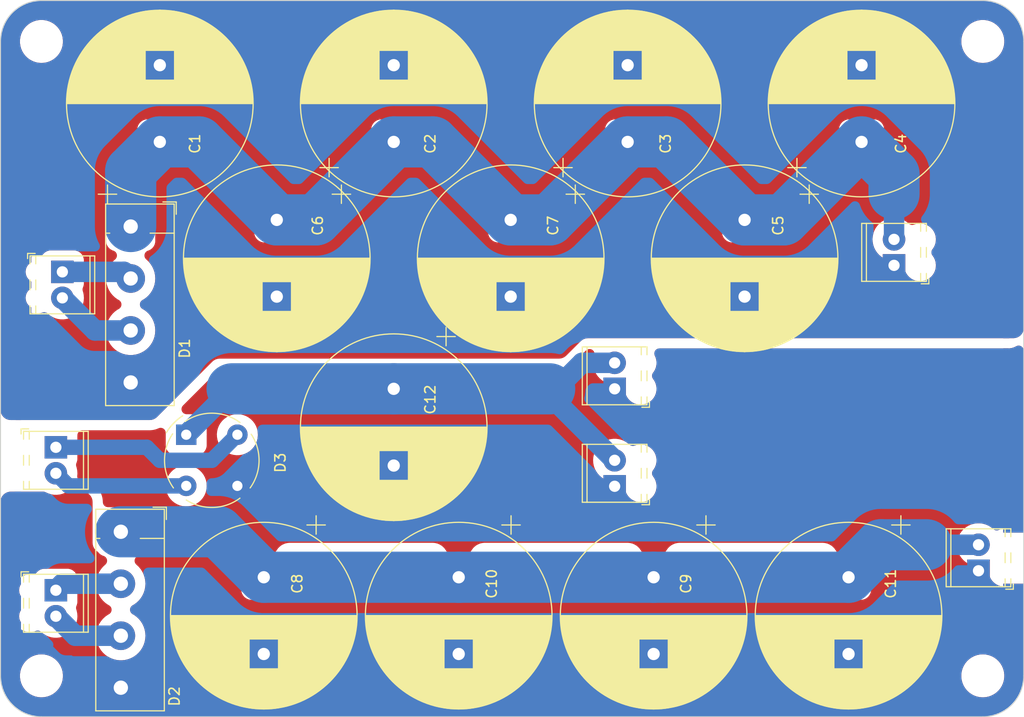
<source format=kicad_pcb>
(kicad_pcb (version 20211014) (generator pcbnew)
  (layers (0 "F.Cu" signal) (31 "B.Cu" signal) (34 "B.Paste" user) (35 "F.Paste" user) (36 "B.SilkS" user "B.Silkscreen") (37 "F.SilkS" user "F.Silkscreen") (38 "B.Mask" user) (39 "F.Mask" user) (44 "Edge.Cuts" user))
  (net 0 "")
  (net 1 "Net-(D1-Pad3)")
  (net 2 "Net-(D1-Pad2)")
  (net 3 "GND1")
  (net 4 "Net-(C1-Pad1)")
  (net 5 "Net-(D2-Pad3)")
  (net 6 "Net-(D2-Pad2)")
  (net 7 "GND2")
  (net 8 "Net-(C10-Pad1)")
  (net 9 "GND3")
  (net 10 "Net-(C12-Pad1)")
  (net 11 "Net-(D3-Pad2)")
  (net 12 "Net-(D3-Pad4)")
  (footprint "Capacitor_THT:CP_Radial_D18.0mm_P7.50mm" (layer "F.Cu") (at 182.88 126.365 -90)
    (fp_text reference "C11" (at 0.635 -4.12 90) (layer "F.SilkS"))
    (fp_text value "5800µ")
    (pad "1" thru_hole rect locked (at 0 0 270) (size 2.4 2.4) (drill 1.2) (layers *.Cu *.Mask) (net 8 "Net-(C10-Pad1)"))
    (pad "2" thru_hole circle locked (at 7.5 0 270) (size 2.4 2.4) (drill 1.2) (layers *.Cu *.Mask) (net 7 "GND2"))
  )
  (footprint "MountingHole:MountingHole_3.2mm_M3" (layer "F.Cu") (at 104 74)
    (fp_text reference "H4" hide)
    (fp_text value "MountingHole" hide)
    (pad "" np_thru_hole circle locked (at 0 0) (size 3.2 3.2) (drill 3.2) (layers *.Cu *.Mask))
  )
  (footprint "Capacitor_THT:CP_Radial_D18.0mm_P7.50mm" (layer "F.Cu") (at 184.15 83.82 90)
    (fp_text reference "C4" (at -0.18 3.85 90) (layer "F.SilkS"))
    (fp_text value "5800µ")
    (pad "1" thru_hole rect locked (at 0 0 90) (size 2.4 2.4) (drill 1.2) (layers *.Cu *.Mask) (net 4 "Net-(C1-Pad1)"))
    (pad "2" thru_hole circle locked (at 7.5 0 90) (size 2.4 2.4) (drill 1.2) (layers *.Cu *.Mask) (net 3 "GND1"))
  )
  (footprint "Capacitor_THT:CP_Radial_D18.0mm_P7.50mm" (layer "F.Cu") (at 172.72 91.44 -90)
    (fp_text reference "C5" (at 0.56 -3.28 90) (layer "F.SilkS"))
    (fp_text value "5800µ")
    (pad "1" thru_hole rect locked (at 0 0 270) (size 2.4 2.4) (drill 1.2) (layers *.Cu *.Mask) (net 4 "Net-(C1-Pad1)"))
    (pad "2" thru_hole circle locked (at 7.5 0 270) (size 2.4 2.4) (drill 1.2) (layers *.Cu *.Mask) (net 3 "GND1"))
  )
  (footprint "Capacitor_THT:CP_Radial_D18.0mm_P7.50mm" (layer "F.Cu") (at 144.78 126.365 -90)
    (fp_text reference "C10" (at 0.635 -3.22 90) (layer "F.SilkS"))
    (fp_text value "5800µ")
    (pad "1" thru_hole rect locked (at 0 0 270) (size 2.4 2.4) (drill 1.2) (layers *.Cu *.Mask) (net 8 "Net-(C10-Pad1)"))
    (pad "2" thru_hole circle locked (at 7.5 0 270) (size 2.4 2.4) (drill 1.2) (layers *.Cu *.Mask) (net 7 "GND2"))
  )
  (footprint "MountingHole:MountingHole_3.2mm_M3" (layer "F.Cu") (at 196 136)
    (fp_text reference "H2" hide)
    (fp_text value "MountingHole" hide)
    (pad "" np_thru_hole circle locked (at 0 0) (size 3.2 3.2) (drill 3.2) (layers *.Cu *.Mask))
  )
  (footprint "TerminalBlock_Phoenix:TerminalBlock_Phoenix_MPT-0,5-2-2.54_1x02_P2.54mm_Horizontal" (layer "F.Cu") (at 195.58 125.73 90)
    (fp_text reference "J4" hide)
    (fp_text value "21V_unreg" hide)
    (pad "" np_thru_hole circle locked (at 2.54 2.54 90) (size 1.1 1.1) (drill 1.1) (layers *.Cu *.Mask))
    (pad "" np_thru_hole circle locked (at 0 2.54 90) (size 1.1 1.1) (drill 1.1) (layers *.Cu *.Mask))
    (pad "1" thru_hole rect locked (at 0 0 90) (size 2.2 2.2) (drill 1.1) (layers *.Cu *.Mask) (net 7 "GND2"))
    (pad "2" thru_hole circle locked (at 2.54 0 90) (size 2.2 2.2) (drill 1.1) (layers *.Cu *.Mask) (net 8 "Net-(C10-Pad1)"))
  )
  (footprint "Capacitor_THT:CP_Radial_D18.0mm_P7.50mm" (layer "F.Cu") (at 115.57 83.82 90)
    (fp_text reference "C1" (at -0.18 3.43 90) (layer "F.SilkS"))
    (fp_text value "5800µ")
    (pad "1" thru_hole rect locked (at 0 0 90) (size 2.4 2.4) (drill 1.2) (layers *.Cu *.Mask) (net 4 "Net-(C1-Pad1)"))
    (pad "2" thru_hole circle locked (at 7.5 0 90) (size 2.4 2.4) (drill 1.2) (layers *.Cu *.Mask) (net 3 "GND1"))
  )
  (footprint "TerminalBlock_Phoenix:TerminalBlock_Phoenix_MPT-0,5-2-2.54_1x02_P2.54mm_Horizontal" (layer "F.Cu") (at 106.045 96.52 -90)
    (fp_text reference "J1" hide)
    (fp_text value "9VAC" hide)
    (pad "" np_thru_hole circle locked (at 0 2.54 270) (size 1.1 1.1) (drill 1.1) (layers *.Cu *.Mask))
    (pad "" np_thru_hole circle locked (at 2.54 2.54 270) (size 1.1 1.1) (drill 1.1) (layers *.Cu *.Mask))
    (pad "1" thru_hole rect locked (at 0 0 270) (size 2.2 2.2) (drill 1.1) (layers *.Cu *.Mask) (net 2 "Net-(D1-Pad2)"))
    (pad "2" thru_hole circle locked (at 2.54 0 270) (size 2.2 2.2) (drill 1.1) (layers *.Cu *.Mask) (net 1 "Net-(D1-Pad3)"))
  )
  (footprint "Capacitor_THT:CP_Radial_D18.0mm_P7.50mm" (layer "F.Cu") (at 138.43 83.82 90)
    (fp_text reference "C2" (at -0.18 3.57 90) (layer "F.SilkS"))
    (fp_text value "5800µ")
    (pad "1" thru_hole rect locked (at 0 0 90) (size 2.4 2.4) (drill 1.2) (layers *.Cu *.Mask) (net 4 "Net-(C1-Pad1)"))
    (pad "2" thru_hole circle locked (at 7.5 0 90) (size 2.4 2.4) (drill 1.2) (layers *.Cu *.Mask) (net 3 "GND1"))
  )
  (footprint "TerminalBlock_Phoenix:TerminalBlock_Phoenix_MPT-0,5-2-2.54_1x02_P2.54mm_Horizontal" (layer "F.Cu") (at 160.02 107.95 90)
    (fp_text reference "J6" hide)
    (fp_text value "21V_unreg_AUX" hide)
    (pad "" np_thru_hole circle locked (at 0 2.54 90) (size 1.1 1.1) (drill 1.1) (layers *.Cu *.Mask))
    (pad "" np_thru_hole circle locked (at 2.54 2.54 90) (size 1.1 1.1) (drill 1.1) (layers *.Cu *.Mask))
    (pad "1" thru_hole rect locked (at 0 0 90) (size 2.2 2.2) (drill 1.1) (layers *.Cu *.Mask) (net 9 "GND3"))
    (pad "2" thru_hole circle locked (at 2.54 0 90) (size 2.2 2.2) (drill 1.1) (layers *.Cu *.Mask) (net 10 "Net-(C12-Pad1)"))
  )
  (footprint "Diode_THT:Diode_Bridge_Vishay_KBL" (layer "F.Cu") (at 111.76 121.92 -90)
    (fp_text reference "D2" (at 16.08 -5.24 -90) (layer "F.SilkS"))
    (fp_text value "SB402")
    (pad "1" thru_hole rect locked (at 0 0 270) (size 2.8 2.8) (drill 1.4) (layers *.Cu *.Mask) (net 8 "Net-(C10-Pad1)"))
    (pad "2" thru_hole circle locked (at 5.08 0 270) (size 2.8 2.8) (drill 1.4) (layers *.Cu *.Mask) (net 6 "Net-(D2-Pad2)"))
    (pad "3" thru_hole circle locked (at 10.16 0 270) (size 2.8 2.8) (drill 1.4) (layers *.Cu *.Mask) (net 5 "Net-(D2-Pad3)"))
    (pad "4" thru_hole circle locked (at 15.24 0 270) (size 2.8 2.8) (drill 1.4) (layers *.Cu *.Mask) (net 7 "GND2"))
  )
  (footprint "Capacitor_THT:CP_Radial_D18.0mm_P7.50mm" (layer "F.Cu") (at 127 91.44 -90)
    (fp_text reference "C6" (at 0.56 -4 90) (layer "F.SilkS"))
    (fp_text value "5800µ")
    (pad "1" thru_hole rect locked (at 0 0 270) (size 2.4 2.4) (drill 1.2) (layers *.Cu *.Mask) (net 4 "Net-(C1-Pad1)"))
    (pad "2" thru_hole circle locked (at 7.5 0 270) (size 2.4 2.4) (drill 1.2) (layers *.Cu *.Mask) (net 3 "GND1"))
  )
  (footprint "Capacitor_THT:CP_Radial_D18.0mm_P7.50mm" (layer "F.Cu") (at 125.73 126.365 -90)
    (fp_text reference "C8" (at 0.635 -3.27 90) (layer "F.SilkS"))
    (fp_text value "5800µ")
    (pad "1" thru_hole rect locked (at 0 0 270) (size 2.4 2.4) (drill 1.2) (layers *.Cu *.Mask) (net 8 "Net-(C10-Pad1)"))
    (pad "2" thru_hole circle locked (at 7.5 0 270) (size 2.4 2.4) (drill 1.2) (layers *.Cu *.Mask) (net 7 "GND2"))
  )
  (footprint "TerminalBlock_Phoenix:TerminalBlock_Phoenix_MPT-0,5-2-2.54_1x02_P2.54mm_Horizontal" (layer "F.Cu") (at 160.02 117.475 90)
    (fp_text reference "J7" hide)
    (fp_text value "21V_unreg_AUX" hide)
    (pad "" np_thru_hole circle locked (at 2.54 2.54 90) (size 1.1 1.1) (drill 1.1) (layers *.Cu *.Mask))
    (pad "" np_thru_hole circle locked (at 0 2.54 90) (size 1.1 1.1) (drill 1.1) (layers *.Cu *.Mask))
    (pad "1" thru_hole rect locked (at 0 0 90) (size 2.2 2.2) (drill 1.1) (layers *.Cu *.Mask) (net 9 "GND3"))
    (pad "2" thru_hole circle locked (at 2.54 0 90) (size 2.2 2.2) (drill 1.1) (layers *.Cu *.Mask) (net 10 "Net-(C12-Pad1)"))
  )
  (footprint "Capacitor_THT:CP_Radial_D18.0mm_P7.50mm" (layer "F.Cu") (at 163.83 126.365 -90)
    (fp_text reference "C9" (at 0.635 -3.17 90) (layer "F.SilkS"))
    (fp_text value "5800µ")
    (pad "1" thru_hole rect locked (at 0 0 270) (size 2.4 2.4) (drill 1.2) (layers *.Cu *.Mask) (net 8 "Net-(C10-Pad1)"))
    (pad "2" thru_hole circle locked (at 7.5 0 270) (size 2.4 2.4) (drill 1.2) (layers *.Cu *.Mask) (net 7 "GND2"))
  )
  (footprint "Capacitor_THT:CP_Radial_D18.0mm_P7.50mm" (layer "F.Cu") (at 149.86 91.44 -90)
    (fp_text reference "C7" (at 0.56 -4.14 90) (layer "F.SilkS"))
    (fp_text value "5800µ")
    (pad "1" thru_hole rect locked (at 0 0 270) (size 2.4 2.4) (drill 1.2) (layers *.Cu *.Mask) (net 4 "Net-(C1-Pad1)"))
    (pad "2" thru_hole circle locked (at 7.5 0 270) (size 2.4 2.4) (drill 1.2) (layers *.Cu *.Mask) (net 3 "GND1"))
  )
  (footprint "Capacitor_THT:CP_Radial_D18.0mm_P7.50mm" (layer "F.Cu") (at 138.43 107.95 -90)
    (fp_text reference "C12" (at 1.05 -3.57 90) (layer "F.SilkS"))
    (fp_text value "5800µ")
    (pad "1" thru_hole rect locked (at 0 0 270) (size 2.4 2.4) (drill 1.2) (layers *.Cu *.Mask) (net 10 "Net-(C12-Pad1)"))
    (pad "2" thru_hole circle locked (at 7.5 0 270) (size 2.4 2.4) (drill 1.2) (layers *.Cu *.Mask) (net 9 "GND3"))
  )
  (footprint "Capacitor_THT:CP_Radial_D18.0mm_P7.50mm" (layer "F.Cu") (at 161.29 83.82 90)
    (fp_text reference "C3" (at -0.18 3.71 90) (layer "F.SilkS"))
    (fp_text value "5800µ")
    (pad "1" thru_hole rect locked (at 0 0 90) (size 2.4 2.4) (drill 1.2) (layers *.Cu *.Mask) (net 4 "Net-(C1-Pad1)"))
    (pad "2" thru_hole circle locked (at 7.5 0 90) (size 2.4 2.4) (drill 1.2) (layers *.Cu *.Mask) (net 3 "GND1"))
  )
  (footprint "MountingHole:MountingHole_3.2mm_M3" (layer "F.Cu") (at 104 136)
    (fp_text reference "H3" hide)
    (fp_text value "MountingHole" hide)
    (pad "" np_thru_hole circle locked (at 0 0) (size 3.2 3.2) (drill 3.2) (layers *.Cu *.Mask))
  )
  (footprint "TerminalBlock_Phoenix:TerminalBlock_Phoenix_MPT-0,5-2-2.54_1x02_P2.54mm_Horizontal" (layer "F.Cu") (at 105.41 127.635 -90)
    (fp_text reference "J3" hide)
    (fp_text value "16VAC_1" hide)
    (pad "" np_thru_hole circle locked (at 0 2.54 270) (size 1.1 1.1) (drill 1.1) (layers *.Cu *.Mask))
    (pad "" np_thru_hole circle locked (at 2.54 2.54 270) (size 1.1 1.1) (drill 1.1) (layers *.Cu *.Mask))
    (pad "1" thru_hole rect locked (at 0 0 270) (size 2.2 2.2) (drill 1.1) (layers *.Cu *.Mask) (net 6 "Net-(D2-Pad2)"))
    (pad "2" thru_hole circle locked (at 2.54 0 270) (size 2.2 2.2) (drill 1.1) (layers *.Cu *.Mask) (net 5 "Net-(D2-Pad3)"))
  )
  (footprint "TerminalBlock_Phoenix:TerminalBlock_Phoenix_MPT-0,5-2-2.54_1x02_P2.54mm_Horizontal" (layer "F.Cu") (at 105.41 113.665 -90)
    (fp_text reference "J5" hide)
    (fp_text value "16VAC_2" hide)
    (pad "" np_thru_hole circle locked (at 0 2.54 270) (size 1.1 1.1) (drill 1.1) (layers *.Cu *.Mask))
    (pad "" np_thru_hole circle locked (at 2.54 2.54 270) (size 1.1 1.1) (drill 1.1) (layers *.Cu *.Mask))
    (pad "1" thru_hole rect locked (at 0 0 270) (size 2.2 2.2) (drill 1.1) (layers *.Cu *.Mask) (net 12 "Net-(D3-Pad4)"))
    (pad "2" thru_hole circle locked (at 2.54 0 270) (size 2.2 2.2) (drill 1.1) (layers *.Cu *.Mask) (net 11 "Net-(D3-Pad2)"))
  )
  (footprint "Diode_THT:Diode_Bridge_Vishay_KBL" (layer "F.Cu") (at 112.7225 92.0875 -90)
    (fp_text reference "D1" (at 11.9125 -5.2775 90) (layer "F.SilkS"))
    (fp_text value "SB402")
    (pad "1" thru_hole rect locked (at 0 0 270) (size 2.8 2.8) (drill 1.4) (layers *.Cu *.Mask) (net 4 "Net-(C1-Pad1)"))
    (pad "2" thru_hole circle locked (at 5.08 0 270) (size 2.8 2.8) (drill 1.4) (layers *.Cu *.Mask) (net 2 "Net-(D1-Pad2)"))
    (pad "3" thru_hole circle locked (at 10.16 0 270) (size 2.8 2.8) (drill 1.4) (layers *.Cu *.Mask) (net 1 "Net-(D1-Pad3)"))
    (pad "4" thru_hole circle locked (at 15.24 0 270) (size 2.8 2.8) (drill 1.4) (layers *.Cu *.Mask) (net 3 "GND1"))
  )
  (footprint "MountingHole:MountingHole_3.2mm_M3" (layer "F.Cu") (at 196 74)
    (fp_text reference "H1" hide)
    (fp_text value "MountingHole" hide)
    (pad "" np_thru_hole circle locked (at 0 0) (size 3.2 3.2) (drill 3.2) (layers *.Cu *.Mask))
  )
  (footprint "TerminalBlock_Phoenix:TerminalBlock_Phoenix_MPT-0,5-2-2.54_1x02_P2.54mm_Horizontal" (layer "F.Cu") (at 187.325 95.885 90)
    (fp_text reference "J2" hide)
    (fp_text value "11V_unreg" hide)
    (pad "" np_thru_hole circle locked (at 0 2.54 90) (size 1.1 1.1) (drill 1.1) (layers *.Cu *.Mask))
    (pad "" np_thru_hole circle locked (at 2.54 2.54 90) (size 1.1 1.1) (drill 1.1) (layers *.Cu *.Mask))
    (pad "1" thru_hole rect locked (at 0 0 90) (size 2.2 2.2) (drill 1.1) (layers *.Cu *.Mask) (net 3 "GND1"))
    (pad "2" thru_hole circle locked (at 2.54 0 90) (size 2.2 2.2) (drill 1.1) (layers *.Cu *.Mask) (net 4 "Net-(C1-Pad1)"))
  )
  (footprint "Diode_THT:Diode_Bridge_Round_D9.0mm" (layer "F.Cu") (at 118.15 112.435)
    (fp_text reference "D3" (at 9.2 2.74 90) (layer "F.SilkS"))
    (fp_text value "WB104")
    (pad "1" thru_hole rect locked (at 0 0) (size 2 2) (drill 1) (layers *.Cu *.Mask) (net 10 "Net-(C12-Pad1)"))
    (pad "2" thru_hole oval locked (at 0 5) (size 2 2) (drill 1) (layers *.Cu *.Mask) (net 11 "Net-(D3-Pad2)"))
    (pad "3" thru_hole oval locked (at 5 5) (size 2 2) (drill 1) (layers *.Cu *.Mask) (net 9 "GND3"))
    (pad "4" thru_hole oval locked (at 5 0) (size 2 2) (drill 1) (layers *.Cu *.Mask) (net 12 "Net-(D3-Pad4)"))
  )
  (gr_line (start 104 70) (end 196 70) (layer "Edge.Cuts") (width 0.1))
  (gr_arc (start 104 140) (mid 101.171573 138.828427) (end 100 136) (layer "Edge.Cuts") (width 0.1))
  (gr_line (start 100 136) (end 100 74) (layer "Edge.Cuts") (width 0.1))
  (gr_arc (start 196 70) (mid 198.828427 71.171573) (end 200 74) (layer "Edge.Cuts") (width 0.1))
  (gr_line (start 200 74) (end 200 136) (layer "Edge.Cuts") (width 0.1))
  (gr_arc (start 200 136) (mid 198.828427 138.828427) (end 196 140) (layer "Edge.Cuts") (width 0.1))
  (gr_line (start 196 140) (end 104 140) (layer "Edge.Cuts") (width 0.1))
  (gr_arc (start 100 74) (mid 101.171573 71.171573) (end 104 70) (layer "Edge.Cuts") (width 0.1))
  (segment (start 109.2325 102.2475) (end 106.045 99.06) (width 2) (layer "B.Cu") (net 1))
  (segment (start 112.7225 102.2475) (end 109.2325 102.2475) (width 2) (layer "B.Cu") (net 1))
  (segment (start 106.045 96.52) (end 112.075 96.52) (width 2) (layer "B.Cu") (net 2))
  (segment (start 112.075 96.52) (end 112.7225 97.1675) (width 2) (layer "B.Cu") (net 2))
  (segment (start 153.67 91.44) (end 161.29 83.82) (width 5) (layer "B.Cu") (net 4))
  (segment (start 142.24 83.82) (end 149.86 91.44) (width 5) (layer "B.Cu") (net 4))
  (segment (start 112.7225 92.0875) (end 112.7225 86.6675) (width 5) (layer "B.Cu") (net 4))
  (segment (start 176.53 91.44) (end 184.15 83.82) (width 5) (layer "B.Cu") (net 4))
  (segment (start 161.29 83.82) (end 165.1 83.82) (width 5) (layer "B.Cu") (net 4))
  (segment (start 187.325 86.995) (end 187.325 88.9) (width 5) (layer "B.Cu") (net 4))
  (segment (start 130.81 91.44) (end 138.43 83.82) (width 5) (layer "B.Cu") (net 4))
  (segment (start 138.43 83.82) (end 142.24 83.82) (width 5) (layer "B.Cu") (net 4))
  (segment (start 149.86 91.44) (end 153.67 91.44) (width 5) (layer "B.Cu") (net 4))
  (segment (start 165.1 83.82) (end 172.72 91.44) (width 5) (layer "B.Cu") (net 4))
  (segment (start 115.57 83.82) (end 119.38 83.82) (width 5) (layer "B.Cu") (net 4))
  (segment (start 172.72 91.44) (end 176.53 91.44) (width 5) (layer "B.Cu") (net 4))
  (segment (start 184.15 83.82) (end 187.325 86.995) (width 5) (layer "B.Cu") (net 4))
  (segment (start 119.38 83.82) (end 127 91.44) (width 5) (layer "B.Cu") (net 4))
  (segment (start 127 91.44) (end 130.81 91.44) (width 5) (layer "B.Cu") (net 4))
  (segment (start 187.325 88.9) (end 187.325 93.345) (width 2) (layer "B.Cu") (net 4))
  (segment (start 112.7225 86.6675) (end 115.57 83.82) (width 5) (layer "B.Cu") (net 4))
  (segment (start 111.76 132.08) (end 107.315 132.08) (width 2) (layer "B.Cu") (net 5))
  (segment (start 107.315 132.08) (end 105.41 130.175) (width 2) (layer "B.Cu") (net 5))
  (segment (start 111.76 127) (end 106.045 127) (width 2) (layer "B.Cu") (net 6))
  (segment (start 106.045 127) (end 105.41 127.635) (width 2) (layer "B.Cu") (net 6))
  (segment (start 121.285 121.92) (end 125.73 126.365) (width 5) (layer "B.Cu") (net 8))
  (segment (start 163.83 126.365) (end 182.88 126.365) (width 5) (layer "B.Cu") (net 8))
  (segment (start 125.73 126.365) (end 144.78 126.365) (width 5) (layer "B.Cu") (net 8))
  (segment (start 111.76 121.92) (end 121.285 121.92) (width 5) (layer "B.Cu") (net 8))
  (segment (start 186.055 123.19) (end 190.5 123.19) (width 5) (layer "B.Cu") (net 8))
  (segment (start 190.5 123.19) (end 195.58 123.19) (width 2) (layer "B.Cu") (net 8))
  (segment (start 144.78 126.365) (end 163.83 126.365) (width 5) (layer "B.Cu") (net 8))
  (segment (start 182.88 126.365) (end 186.055 123.19) (width 5) (layer "B.Cu") (net 8))
  (segment (start 154.305 107.95) (end 156.845 105.41) (width 2) (layer "B.Cu") (net 10))
  (segment (start 118.15 112.435) (end 122.635 107.95) (width 2) (layer "B.Cu") (net 10))
  (segment (start 153.67 108.585) (end 160.02 114.935) (width 2) (layer "B.Cu") (net 10))
  (segment (start 156.845 105.41) (end 160.02 105.41) (width 2) (layer "B.Cu") (net 10))
  (segment (start 138.43 107.95) (end 153.67 107.95) (width 5) (layer "B.Cu") (net 10))
  (segment (start 122.635 107.95) (end 138.43 107.95) (width 5) (layer "B.Cu") (net 10))
  (segment (start 106.64 117.435) (end 118.15 117.435) (width 1.5) (layer "B.Cu") (net 11))
  (segment (start 105.41 116.205) (end 106.64 117.435) (width 1.5) (layer "B.Cu") (net 11))
  (segment (start 115.57 114.935) (end 120.65 114.935) (width 1.5) (layer "B.Cu") (net 12))
  (segment (start 120.65 114.935) (end 123.15 112.435) (width 1.5) (layer "B.Cu") (net 12))
  (segment (start 105.41 113.665) (end 114.3 113.665) (width 1.5) (layer "B.Cu") (net 12))
  (segment (start 114.3 113.665) (end 115.57 114.935) (width 1.5) (layer "B.Cu") (net 12))
  (zone (net 3) (net_name "GND1") (layers F&B.Cu) (name "GND1") (priority 1) (connect_pads yes (clearance 1)) (min_thickness 1) (fill yes (thermal_gap 0.5) (thermal_bridge_width 2) (smoothing fillet) (radius 1))
    (polygon (pts (xy 200 103) (xy 157 103) (xy 155 105) (xy 121 105) (xy 115 111) (xy 100 111) (xy 100 70) (xy 200 70)))
  )
  (zone (net 7) (net_name "GND2") (layers F&B.Cu) (name "GND2") (priority 1) (connect_pads yes (clearance 1)) (min_thickness 1) (fill yes (thermal_gap 0.5) (thermal_bridge_width 2) (smoothing fillet) (radius 1))
    (polygon (pts (xy 200 140) (xy 100 140) (xy 100 118) (xy 109 118) (xy 109 124) (xy 200 124)))
  )
  (zone (net 7) (net_name "GND2") (layers F&B.Cu) (name "GND2") (priority 1) (connect_pads yes (clearance 0)) (min_thickness 1) (fill yes (thermal_gap 0.5) (thermal_bridge_width 2) (smoothing fillet) (radius 1))
    (polygon (pts (xy 100 140) (xy 100 138) (xy 100 118) (xy 102 118) (xy 102 133) (xy 105 133) (xy 106 134) (xy 107 134) (xy 107 138) (xy 193 138) (xy 193 133) (xy 198 133) (xy 198 127) (xy 200 127) (xy 200 140) (xy 198 140)))
  )
  (zone (net 3) (net_name "GND1") (layers F&B.Cu) (name "GND1") (priority 1) (connect_pads yes (clearance 0)) (min_thickness 1) (fill yes (thermal_gap 0.5) (thermal_bridge_width 2) (smoothing fillet) (radius 1))
    (polygon (pts (xy 103 103) (xy 101 103) (xy 101 93) (xy 103 93)))
  )
  (zone (net 9) (net_name "GND3") (layers F&B.Cu) (name "GND3") (connect_pads yes (clearance 0)) (min_thickness 1) (fill yes (thermal_gap 0.5) (thermal_bridge_width 2) (smoothing fillet) (radius 1))
    (polygon (pts (xy 200 122) (xy 198 122) (xy 198 103) (xy 200 103)))
  )
  (zone (net 9) (net_name "GND3") (layers F&B.Cu) (name "GND3") (connect_pads yes (clearance 1)) (min_thickness 1) (fill yes (thermal_gap 0.5) (thermal_bridge_width 2) (smoothing fillet) (radius 1))
    (polygon (pts (xy 200 124) (xy 100 124) (xy 100 103) (xy 200 103)))
  )
  (zone (net 3) (net_name "GND1") (layers F&B.Cu) (name "GND1") (priority 1) (connect_pads yes (clearance 0)) (min_thickness 1) (fill yes (thermal_gap 0.5) (thermal_bridge_width 2) (smoothing fillet) (radius 1))
    (polygon (pts (xy 200 70) (xy 200 72) (xy 200 103) (xy 198 103) (xy 198 77) (xy 193 77) (xy 193 72) (xy 107 72) (xy 107 77) (xy 102 77) (xy 102 111) (xy 100 111) (xy 100 70) (xy 102 70)))
  )
)
</source>
